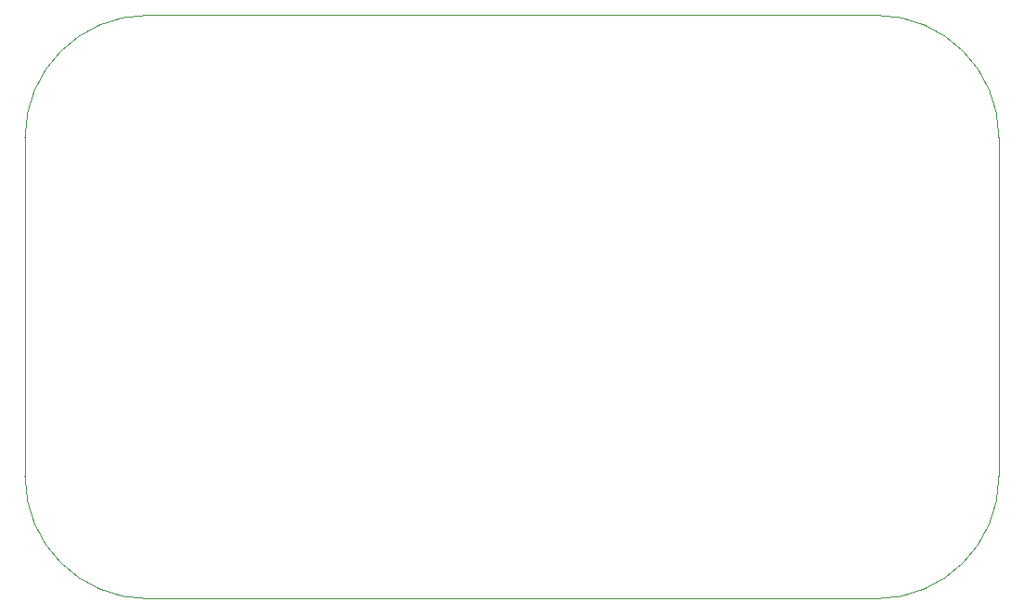
<source format=gm1>
G04 #@! TF.GenerationSoftware,KiCad,Pcbnew,(6.0.9)*
G04 #@! TF.CreationDate,2022-11-09T23:13:12+08:00*
G04 #@! TF.ProjectId,low_battery_voltage_alarm,6c6f775f-6261-4747-9465-72795f766f6c,rev?*
G04 #@! TF.SameCoordinates,Original*
G04 #@! TF.FileFunction,Profile,NP*
%FSLAX46Y46*%
G04 Gerber Fmt 4.6, Leading zero omitted, Abs format (unit mm)*
G04 Created by KiCad (PCBNEW (6.0.9)) date 2022-11-09 23:13:12*
%MOMM*%
%LPD*%
G01*
G04 APERTURE LIST*
G04 #@! TA.AperFunction,Profile*
%ADD10C,0.120000*%
G04 #@! TD*
G04 APERTURE END LIST*
D10*
X99314000Y-70866000D02*
X165862000Y-70866000D01*
X88138000Y-113030000D02*
X88138000Y-82042000D01*
X165862000Y-124206000D02*
X99314000Y-124206000D01*
X177038000Y-82042000D02*
X177038000Y-113030000D01*
X177038000Y-82042000D02*
G75*
G03*
X165862000Y-70866000I-11176000J0D01*
G01*
X165862000Y-124206000D02*
G75*
G03*
X177038000Y-113030000I0J11176000D01*
G01*
X88138000Y-113030000D02*
G75*
G03*
X99314000Y-124206000I11176001J1D01*
G01*
X99314000Y-70866000D02*
G75*
G03*
X88138000Y-82042000I1J-11176001D01*
G01*
M02*

</source>
